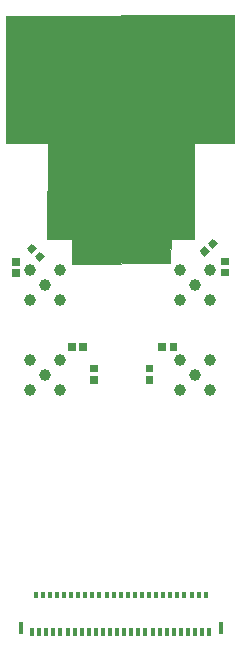
<source format=gbr>
%TF.GenerationSoftware,KiCad,Pcbnew,8.0.3*%
%TF.CreationDate,2024-07-19T06:24:09-07:00*%
%TF.ProjectId,wide_v1_4_layer,77696465-5f76-4315-9f34-5f6c61796572,V1*%
%TF.SameCoordinates,Original*%
%TF.FileFunction,Soldermask,Top*%
%TF.FilePolarity,Negative*%
%FSLAX46Y46*%
G04 Gerber Fmt 4.6, Leading zero omitted, Abs format (unit mm)*
G04 Created by KiCad (PCBNEW 8.0.3) date 2024-07-19 06:24:09*
%MOMM*%
%LPD*%
G01*
G04 APERTURE LIST*
%ADD10C,0.100000*%
%ADD11C,0.010000*%
%ADD12C,0.990600*%
%ADD13R,0.300000X0.670000*%
%ADD14R,0.300000X0.500000*%
%ADD15R,0.350000X1.000000*%
G04 APERTURE END LIST*
D10*
X83010000Y-100000000D02*
X82970000Y-102260000D01*
X74670000Y-102320000D01*
X74660000Y-99990000D01*
X83010000Y-100000000D01*
G36*
X83010000Y-100000000D02*
G01*
X82970000Y-102260000D01*
X74670000Y-102320000D01*
X74660000Y-99990000D01*
X83010000Y-100000000D01*
G37*
X84970000Y-100200000D02*
X72550000Y-100220000D01*
X72650000Y-92130000D01*
X85000000Y-92130000D01*
X84970000Y-100200000D01*
G36*
X84970000Y-100200000D02*
G01*
X72550000Y-100220000D01*
X72650000Y-92130000D01*
X85000000Y-92130000D01*
X84970000Y-100200000D01*
G37*
X88420000Y-92090000D02*
X69110000Y-92080000D01*
X69110000Y-81300000D01*
X88425829Y-81289975D01*
X88420000Y-92090000D01*
G36*
X88420000Y-92090000D02*
G01*
X69110000Y-92080000D01*
X69110000Y-81300000D01*
X88425829Y-81289975D01*
X88420000Y-92090000D01*
G37*
%TO.C,*%
D11*
X74750000Y-92450000D02*
X75250000Y-92450000D01*
X75250000Y-92950000D01*
X74750000Y-92950000D01*
X74750000Y-92450000D01*
G36*
X74750000Y-92450000D02*
G01*
X75250000Y-92450000D01*
X75250000Y-92950000D01*
X74750000Y-92950000D01*
X74750000Y-92450000D01*
G37*
X82350000Y-92450000D02*
X82850000Y-92450000D01*
X82850000Y-92950000D01*
X82350000Y-92950000D01*
X82350000Y-92450000D01*
G36*
X82350000Y-92450000D02*
G01*
X82850000Y-92450000D01*
X82850000Y-92950000D01*
X82350000Y-92950000D01*
X82350000Y-92450000D01*
G37*
X76646610Y-100180000D02*
X76896610Y-100180000D01*
X76896610Y-100680000D01*
X76646610Y-100680000D01*
X76646610Y-100180000D01*
G36*
X76646610Y-100180000D02*
G01*
X76896610Y-100180000D01*
X76896610Y-100680000D01*
X76646610Y-100680000D01*
X76646610Y-100180000D01*
G37*
X82350000Y-98225000D02*
X82850000Y-98225000D01*
X82850000Y-97975000D01*
X82350000Y-97975000D01*
X82350000Y-98225000D01*
G36*
X82350000Y-98225000D02*
G01*
X82850000Y-98225000D01*
X82850000Y-97975000D01*
X82350000Y-97975000D01*
X82350000Y-98225000D01*
G37*
X75239100Y-95575000D02*
X74739100Y-95575000D01*
X74739100Y-95825000D01*
X75239100Y-95825000D01*
X75239100Y-95575000D01*
G36*
X75239100Y-95575000D02*
G01*
X74739100Y-95575000D01*
X74739100Y-95825000D01*
X75239100Y-95825000D01*
X75239100Y-95575000D01*
G37*
%TO.C,R6*%
X69605000Y-101835000D02*
X70155000Y-101835000D01*
X70155000Y-102385000D01*
X69605000Y-102385000D01*
X69605000Y-101835000D01*
G36*
X69605000Y-101835000D02*
G01*
X70155000Y-101835000D01*
X70155000Y-102385000D01*
X69605000Y-102385000D01*
X69605000Y-101835000D01*
G37*
X69605000Y-102785000D02*
X70155000Y-102785000D01*
X70155000Y-103335000D01*
X69605000Y-103335000D01*
X69605000Y-102785000D01*
G36*
X69605000Y-102785000D02*
G01*
X70155000Y-102785000D01*
X70155000Y-103335000D01*
X69605000Y-103335000D01*
X69605000Y-102785000D01*
G37*
%TO.C,*%
X81103000Y-101500000D02*
X81353000Y-101500000D01*
X81353000Y-102000000D01*
X81103000Y-102000000D01*
X81103000Y-101500000D01*
G36*
X81103000Y-101500000D02*
G01*
X81353000Y-101500000D01*
X81353000Y-102000000D01*
X81103000Y-102000000D01*
X81103000Y-101500000D01*
G37*
X73843700Y-97675010D02*
X73343700Y-97675010D01*
X73343700Y-97925010D01*
X73843700Y-97925010D01*
X73843700Y-97675010D01*
G36*
X73843700Y-97675010D02*
G01*
X73343700Y-97675010D01*
X73343700Y-97925010D01*
X73843700Y-97925010D01*
X73843700Y-97675010D01*
G37*
X73839100Y-98575000D02*
X73339100Y-98575000D01*
X73339100Y-98825000D01*
X73839100Y-98825000D01*
X73839100Y-98575000D01*
G36*
X73839100Y-98575000D02*
G01*
X73339100Y-98575000D01*
X73339100Y-98825000D01*
X73839100Y-98825000D01*
X73839100Y-98575000D01*
G37*
X80540200Y-102000000D02*
X80290200Y-102000000D01*
X80290200Y-101500000D01*
X80540200Y-101500000D01*
X80540200Y-102000000D01*
G36*
X80540200Y-102000000D02*
G01*
X80290200Y-102000000D01*
X80290200Y-101500000D01*
X80540200Y-101500000D01*
X80540200Y-102000000D01*
G37*
X83783835Y-96225000D02*
X84283835Y-96225000D01*
X84283835Y-95975000D01*
X83783835Y-95975000D01*
X83783835Y-96225000D01*
G36*
X83783835Y-96225000D02*
G01*
X84283835Y-96225000D01*
X84283835Y-95975000D01*
X83783835Y-95975000D01*
X83783835Y-96225000D01*
G37*
X75046630Y-100180000D02*
X75296630Y-100180000D01*
X75296630Y-100680000D01*
X75046630Y-100680000D01*
X75046630Y-100180000D01*
G36*
X75046630Y-100180000D02*
G01*
X75296630Y-100180000D01*
X75296630Y-100680000D01*
X75046630Y-100680000D01*
X75046630Y-100180000D01*
G37*
X78613800Y-101500000D02*
X78863800Y-101500000D01*
X78863800Y-102000000D01*
X78613800Y-102000000D01*
X78613800Y-101500000D01*
G36*
X78613800Y-101500000D02*
G01*
X78863800Y-101500000D01*
X78863800Y-102000000D01*
X78613800Y-102000000D01*
X78613800Y-101500000D01*
G37*
X78221640Y-100180000D02*
X78471640Y-100180000D01*
X78471640Y-100680000D01*
X78221640Y-100680000D01*
X78221640Y-100180000D01*
G36*
X78221640Y-100180000D02*
G01*
X78471640Y-100180000D01*
X78471640Y-100680000D01*
X78221640Y-100680000D01*
X78221640Y-100180000D01*
G37*
X81476902Y-112370433D02*
X80926903Y-112370433D01*
X80926903Y-111820433D01*
X81476904Y-111820433D01*
X81476902Y-112370433D01*
G36*
X81476902Y-112370433D02*
G01*
X80926903Y-112370433D01*
X80926903Y-111820433D01*
X81476904Y-111820433D01*
X81476902Y-112370433D01*
G37*
X81476903Y-111420433D02*
X80926903Y-111420433D01*
X80926904Y-110870433D01*
X81476903Y-110870433D01*
X81476903Y-111420433D01*
G36*
X81476903Y-111420433D02*
G01*
X80926903Y-111420433D01*
X80926904Y-110870433D01*
X81476903Y-110870433D01*
X81476903Y-111420433D01*
G37*
X84283835Y-99474320D02*
X83783835Y-99474320D01*
X83783835Y-99724320D01*
X84283835Y-99724320D01*
X84283835Y-99474320D01*
G36*
X84283835Y-99474320D02*
G01*
X83783835Y-99474320D01*
X83783835Y-99724320D01*
X84283835Y-99724320D01*
X84283835Y-99474320D01*
G37*
X86277159Y-101241754D02*
X85888250Y-101630662D01*
X85499341Y-101241755D01*
X85888250Y-100852845D01*
X86277159Y-101241754D01*
G36*
X86277159Y-101241754D02*
G01*
X85888250Y-101630662D01*
X85499341Y-101241755D01*
X85888250Y-100852845D01*
X86277159Y-101241754D01*
G37*
X86948910Y-100570001D02*
X86560001Y-100958911D01*
X86171091Y-100570002D01*
X86560001Y-100181093D01*
X86948910Y-100570001D01*
G36*
X86948910Y-100570001D02*
G01*
X86560001Y-100958911D01*
X86171091Y-100570002D01*
X86560001Y-100181093D01*
X86948910Y-100570001D01*
G37*
X75242200Y-97987800D02*
X74742200Y-97987800D01*
X74742200Y-98237800D01*
X75242200Y-98237800D01*
X75242200Y-97987800D01*
G36*
X75242200Y-97987800D02*
G01*
X74742200Y-97987800D01*
X74742200Y-98237800D01*
X75242200Y-98237800D01*
X75242200Y-97987800D01*
G37*
X73854300Y-99476600D02*
X73354300Y-99476600D01*
X73354300Y-99726600D01*
X73854300Y-99726600D01*
X73854300Y-99476600D01*
G36*
X73854300Y-99476600D02*
G01*
X73354300Y-99476600D01*
X73354300Y-99726600D01*
X73854300Y-99726600D01*
X73854300Y-99476600D01*
G37*
X79046580Y-100180000D02*
X79296580Y-100180000D01*
X79296580Y-100680000D01*
X79046580Y-100680000D01*
X79046580Y-100180000D01*
G36*
X79046580Y-100180000D02*
G01*
X79296580Y-100180000D01*
X79296580Y-100680000D01*
X79046580Y-100680000D01*
X79046580Y-100180000D01*
G37*
X83783835Y-97025000D02*
X84283835Y-97025000D01*
X84283835Y-96775000D01*
X83783835Y-96775000D01*
X83783835Y-97025000D01*
G36*
X83783835Y-97025000D02*
G01*
X84283835Y-97025000D01*
X84283835Y-96775000D01*
X83783835Y-96775000D01*
X83783835Y-97025000D01*
G37*
X87874998Y-103305000D02*
X87324999Y-103305000D01*
X87324999Y-102755000D01*
X87875000Y-102755000D01*
X87874998Y-103305000D01*
G36*
X87874998Y-103305000D02*
G01*
X87324999Y-103305000D01*
X87324999Y-102755000D01*
X87875000Y-102755000D01*
X87874998Y-103305000D01*
G37*
X87874999Y-102355000D02*
X87324999Y-102355000D01*
X87325000Y-101805000D01*
X87874999Y-101805000D01*
X87874999Y-102355000D01*
G36*
X87874999Y-102355000D02*
G01*
X87324999Y-102355000D01*
X87325000Y-101805000D01*
X87874999Y-101805000D01*
X87874999Y-102355000D01*
G37*
X82246540Y-100180000D02*
X82496540Y-100180000D01*
X82496540Y-100680000D01*
X82246540Y-100680000D01*
X82246540Y-100180000D01*
G36*
X82246540Y-100180000D02*
G01*
X82496540Y-100180000D01*
X82496540Y-100680000D01*
X82246540Y-100680000D01*
X82246540Y-100180000D01*
G37*
X73839100Y-95175000D02*
X73339100Y-95175000D01*
X73339100Y-95425000D01*
X73839100Y-95425000D01*
X73839100Y-95175000D01*
G36*
X73839100Y-95175000D02*
G01*
X73339100Y-95175000D01*
X73339100Y-95425000D01*
X73839100Y-95425000D01*
X73839100Y-95175000D01*
G37*
X82327700Y-96625000D02*
X82827700Y-96625000D01*
X82827700Y-96375000D01*
X82327700Y-96375000D01*
X82327700Y-96625000D01*
G36*
X82327700Y-96625000D02*
G01*
X82827700Y-96625000D01*
X82827700Y-96375000D01*
X82327700Y-96375000D01*
X82327700Y-96625000D01*
G37*
X76756902Y-112370433D02*
X76206903Y-112370433D01*
X76206903Y-111820433D01*
X76756904Y-111820433D01*
X76756902Y-112370433D01*
G36*
X76756902Y-112370433D02*
G01*
X76206903Y-112370433D01*
X76206903Y-111820433D01*
X76756904Y-111820433D01*
X76756902Y-112370433D01*
G37*
X76756903Y-111420433D02*
X76206903Y-111420433D01*
X76206904Y-110870433D01*
X76756903Y-110870433D01*
X76756903Y-111420433D01*
G36*
X76756903Y-111420433D02*
G01*
X76206903Y-111420433D01*
X76206904Y-110870433D01*
X76756903Y-110870433D01*
X76756903Y-111420433D01*
G37*
%TO.C,9*%
X79846570Y-100180000D02*
X80096570Y-100180000D01*
X80096570Y-100680000D01*
X79846570Y-100680000D01*
X79846570Y-100180000D01*
G36*
X79846570Y-100180000D02*
G01*
X80096570Y-100180000D01*
X80096570Y-100680000D01*
X79846570Y-100680000D01*
X79846570Y-100180000D01*
G37*
%TO.C,*%
X76175400Y-101500000D02*
X76425400Y-101500000D01*
X76425400Y-102000000D01*
X76175400Y-102000000D01*
X76175400Y-101500000D01*
G36*
X76175400Y-101500000D02*
G01*
X76425400Y-101500000D01*
X76425400Y-102000000D01*
X76175400Y-102000000D01*
X76175400Y-101500000D01*
G37*
X74890433Y-109583097D02*
X74340433Y-109583096D01*
X74340433Y-109033097D01*
X74890433Y-109033097D01*
X74890433Y-109583097D01*
G36*
X74890433Y-109583097D02*
G01*
X74340433Y-109583096D01*
X74340433Y-109033097D01*
X74890433Y-109033097D01*
X74890433Y-109583097D01*
G37*
X75840433Y-109033098D02*
X75840433Y-109583097D01*
X75290433Y-109583097D01*
X75290433Y-109033096D01*
X75840433Y-109033098D01*
G36*
X75840433Y-109033098D02*
G01*
X75840433Y-109583097D01*
X75290433Y-109583097D01*
X75290433Y-109033096D01*
X75840433Y-109033098D01*
G37*
X81865000Y-101500000D02*
X82115000Y-101500000D01*
X82115000Y-102000000D01*
X81865000Y-102000000D01*
X81865000Y-101500000D01*
G36*
X81865000Y-101500000D02*
G01*
X82115000Y-101500000D01*
X82115000Y-102000000D01*
X81865000Y-102000000D01*
X81865000Y-101500000D01*
G37*
X82530433Y-109583097D02*
X81980433Y-109583096D01*
X81980433Y-109033097D01*
X82530433Y-109033097D01*
X82530433Y-109583097D01*
G36*
X82530433Y-109583097D02*
G01*
X81980433Y-109583096D01*
X81980433Y-109033097D01*
X82530433Y-109033097D01*
X82530433Y-109583097D01*
G37*
X83480433Y-109033098D02*
X83480433Y-109583097D01*
X82930433Y-109583097D01*
X82930433Y-109033096D01*
X83480433Y-109033098D01*
G36*
X83480433Y-109033098D02*
G01*
X83480433Y-109583097D01*
X82930433Y-109583097D01*
X82930433Y-109033096D01*
X83480433Y-109033098D01*
G37*
X82350000Y-93650000D02*
X82850000Y-93650000D01*
X82850000Y-94150000D01*
X82350000Y-94150000D01*
X82350000Y-93650000D01*
G36*
X82350000Y-93650000D02*
G01*
X82850000Y-93650000D01*
X82850000Y-94150000D01*
X82350000Y-94150000D01*
X82350000Y-93650000D01*
G37*
X75239100Y-97175000D02*
X74739100Y-97175000D01*
X74739100Y-97425000D01*
X75239100Y-97425000D01*
X75239100Y-97175000D01*
G36*
X75239100Y-97175000D02*
G01*
X74739100Y-97175000D01*
X74739100Y-97425000D01*
X75239100Y-97425000D01*
X75239100Y-97175000D01*
G37*
X77801000Y-101500000D02*
X78051000Y-101500000D01*
X78051000Y-102000000D01*
X77801000Y-102000000D01*
X77801000Y-101500000D01*
G36*
X77801000Y-101500000D02*
G01*
X78051000Y-101500000D01*
X78051000Y-102000000D01*
X77801000Y-102000000D01*
X77801000Y-101500000D01*
G37*
X83806955Y-97925000D02*
X84306955Y-97925000D01*
X84306955Y-97675000D01*
X83806955Y-97675000D01*
X83806955Y-97925000D01*
G36*
X83806955Y-97925000D02*
G01*
X84306955Y-97925000D01*
X84306955Y-97675000D01*
X83806955Y-97675000D01*
X83806955Y-97925000D01*
G37*
X77446600Y-100180000D02*
X77696600Y-100180000D01*
X77696600Y-100680000D01*
X77446600Y-100680000D01*
X77446600Y-100180000D01*
G36*
X77446600Y-100180000D02*
G01*
X77696600Y-100180000D01*
X77696600Y-100680000D01*
X77446600Y-100680000D01*
X77446600Y-100180000D01*
G37*
X73839100Y-95975000D02*
X73339100Y-95975000D01*
X73339100Y-96225000D01*
X73839100Y-96225000D01*
X73839100Y-95975000D01*
G36*
X73839100Y-95975000D02*
G01*
X73339100Y-95975000D01*
X73339100Y-96225000D01*
X73839100Y-96225000D01*
X73839100Y-95975000D01*
G37*
X81446550Y-100180000D02*
X81696550Y-100180000D01*
X81696550Y-100680000D01*
X81446550Y-100680000D01*
X81446550Y-100180000D01*
G36*
X81446550Y-100180000D02*
G01*
X81696550Y-100180000D01*
X81696550Y-100680000D01*
X81446550Y-100680000D01*
X81446550Y-100180000D01*
G37*
X75663400Y-102000000D02*
X75413400Y-102000000D01*
X75413400Y-101500000D01*
X75663400Y-101500000D01*
X75663400Y-102000000D01*
G36*
X75663400Y-102000000D02*
G01*
X75413400Y-102000000D01*
X75413400Y-101500000D01*
X75663400Y-101500000D01*
X75663400Y-102000000D01*
G37*
X74750000Y-93650000D02*
X75250000Y-93650000D01*
X75250000Y-94150000D01*
X74750000Y-94150000D01*
X74750000Y-93650000D01*
G36*
X74750000Y-93650000D02*
G01*
X75250000Y-93650000D01*
X75250000Y-94150000D01*
X74750000Y-94150000D01*
X74750000Y-93650000D01*
G37*
X76988200Y-101500000D02*
X77238200Y-101500000D01*
X77238200Y-102000000D01*
X76988200Y-102000000D01*
X76988200Y-101500000D01*
G36*
X76988200Y-101500000D02*
G01*
X77238200Y-101500000D01*
X77238200Y-102000000D01*
X76988200Y-102000000D01*
X76988200Y-101500000D01*
G37*
X74729100Y-99255800D02*
X75229100Y-99255800D01*
X75229100Y-99005800D01*
X74729100Y-99005800D01*
X74729100Y-99255800D01*
G36*
X74729100Y-99255800D02*
G01*
X75229100Y-99255800D01*
X75229100Y-99005800D01*
X74729100Y-99005800D01*
X74729100Y-99255800D01*
G37*
X80646560Y-100180000D02*
X80896560Y-100180000D01*
X80896560Y-100680000D01*
X80646560Y-100680000D01*
X80646560Y-100180000D01*
G36*
X80646560Y-100180000D02*
G01*
X80896560Y-100180000D01*
X80896560Y-100680000D01*
X80646560Y-100680000D01*
X80646560Y-100180000D01*
G37*
X73839100Y-96797000D02*
X73339100Y-96797000D01*
X73339100Y-97047000D01*
X73839100Y-97047000D01*
X73839100Y-96797000D01*
G36*
X73839100Y-96797000D02*
G01*
X73339100Y-96797000D01*
X73339100Y-97047000D01*
X73839100Y-97047000D01*
X73839100Y-96797000D01*
G37*
X71617157Y-100998249D02*
X71228248Y-101387158D01*
X70839341Y-100998248D01*
X71228248Y-100609339D01*
X71617157Y-100998249D01*
G36*
X71617157Y-100998249D02*
G01*
X71228248Y-101387158D01*
X70839341Y-100998248D01*
X71228248Y-100609339D01*
X71617157Y-100998249D01*
G37*
X72288908Y-101670001D02*
X71900000Y-102058909D01*
X71511091Y-101670000D01*
X71900000Y-101281092D01*
X72288908Y-101670001D01*
G36*
X72288908Y-101670001D02*
G01*
X71900000Y-102058909D01*
X71511091Y-101670000D01*
X71900000Y-101281092D01*
X72288908Y-101670001D01*
G37*
X82850000Y-98965000D02*
X82350000Y-98965000D01*
X82350000Y-99215000D01*
X82850000Y-99215000D01*
X82850000Y-98965000D01*
G36*
X82850000Y-98965000D02*
G01*
X82350000Y-98965000D01*
X82350000Y-99215000D01*
X82850000Y-99215000D01*
X82850000Y-98965000D01*
G37*
X79477400Y-101500000D02*
X79727400Y-101500000D01*
X79727400Y-102000000D01*
X79477400Y-102000000D01*
X79477400Y-101500000D01*
G36*
X79477400Y-101500000D02*
G01*
X79727400Y-101500000D01*
X79727400Y-102000000D01*
X79477400Y-102000000D01*
X79477400Y-101500000D01*
G37*
X75250300Y-94775000D02*
X74750300Y-94775000D01*
X74750300Y-95025000D01*
X75250300Y-95025000D01*
X75250300Y-94775000D01*
G36*
X75250300Y-94775000D02*
G01*
X74750300Y-94775000D01*
X74750300Y-95025000D01*
X75250300Y-95025000D01*
X75250300Y-94775000D01*
G37*
X75239100Y-96387790D02*
X74739100Y-96387790D01*
X74739100Y-96637790D01*
X75239100Y-96637790D01*
X75239100Y-96387790D01*
G36*
X75239100Y-96387790D02*
G01*
X74739100Y-96387790D01*
X74739100Y-96637790D01*
X75239100Y-96637790D01*
X75239100Y-96387790D01*
G37*
X82327700Y-97425000D02*
X82827700Y-97425000D01*
X82827700Y-97175000D01*
X82327700Y-97175000D01*
X82327700Y-97425000D01*
G36*
X82327700Y-97425000D02*
G01*
X82827700Y-97425000D01*
X82827700Y-97175000D01*
X82327700Y-97175000D01*
X82327700Y-97425000D01*
G37*
X83806955Y-98824320D02*
X84306955Y-98824320D01*
X84306955Y-98574320D01*
X83806955Y-98574320D01*
X83806955Y-98824320D01*
G36*
X83806955Y-98824320D02*
G01*
X84306955Y-98824320D01*
X84306955Y-98574320D01*
X83806955Y-98574320D01*
X83806955Y-98824320D01*
G37*
X75846620Y-100180000D02*
X76096620Y-100180000D01*
X76096620Y-100680000D01*
X75846620Y-100680000D01*
X75846620Y-100180000D01*
G36*
X75846620Y-100180000D02*
G01*
X76096620Y-100180000D01*
X76096620Y-100680000D01*
X75846620Y-100680000D01*
X75846620Y-100180000D01*
G37*
%TD*%
D12*
%TO.C,SMP2*%
X72390000Y-104140000D03*
X71120000Y-105410000D03*
X73660000Y-105410000D03*
X73660000Y-102870000D03*
X71120000Y-102870000D03*
%TD*%
%TO.C,SMP3*%
X85090000Y-104140000D03*
X83820000Y-105410000D03*
X86360000Y-105410000D03*
X86360000Y-102870000D03*
X83820000Y-102870000D03*
%TD*%
%TO.C,SMP1*%
X72390000Y-111760000D03*
X71120000Y-113030000D03*
X73660000Y-113030000D03*
X73660000Y-110490000D03*
X71120000Y-110490000D03*
%TD*%
D13*
%TO.C,ZIF1*%
X71291600Y-133451600D03*
D14*
X71591600Y-130386600D03*
D13*
X71891600Y-133451600D03*
D14*
X72191600Y-130386600D03*
D13*
X72491600Y-133451600D03*
D14*
X72791600Y-130386600D03*
D13*
X73091600Y-133451600D03*
D14*
X73391600Y-130386600D03*
D13*
X73691600Y-133451600D03*
D14*
X73991600Y-130386600D03*
D13*
X74291600Y-133451600D03*
D14*
X74591600Y-130386600D03*
D13*
X74891600Y-133451600D03*
D14*
X75191600Y-130386600D03*
D13*
X75491600Y-133451600D03*
D14*
X75791600Y-130386600D03*
D13*
X76091600Y-133451600D03*
D14*
X76391600Y-130386600D03*
D13*
X76691600Y-133451600D03*
D14*
X76991600Y-130386600D03*
D13*
X77291600Y-133451600D03*
D14*
X77591600Y-130386600D03*
D13*
X77891600Y-133451600D03*
D14*
X78191600Y-130386600D03*
D13*
X78491600Y-133451600D03*
D14*
X78791600Y-130386600D03*
D13*
X79091600Y-133451600D03*
D14*
X79391600Y-130386600D03*
D13*
X79691600Y-133451600D03*
D14*
X79991600Y-130386600D03*
D13*
X80291600Y-133451600D03*
D14*
X80591600Y-130386600D03*
D13*
X80891600Y-133451600D03*
D14*
X81191600Y-130386600D03*
D13*
X81491600Y-133451600D03*
D14*
X81791600Y-130386600D03*
D13*
X82091600Y-133451600D03*
D14*
X82391600Y-130386600D03*
D13*
X82691600Y-133451600D03*
D14*
X82991600Y-130386600D03*
D13*
X83291600Y-133451600D03*
D14*
X83591600Y-130386600D03*
D13*
X83891600Y-133451600D03*
D14*
X84191600Y-130386600D03*
D13*
X84491600Y-133451600D03*
D14*
X84791600Y-130386600D03*
D13*
X85091600Y-133451600D03*
D14*
X85391600Y-130386600D03*
D13*
X85691600Y-133451600D03*
D14*
X85991600Y-130386600D03*
D13*
X86291600Y-133451600D03*
D15*
X70316600Y-133186600D03*
X87266600Y-133186600D03*
%TD*%
D12*
%TO.C,SMP4*%
X85090000Y-111760000D03*
X83820000Y-113030000D03*
X86360000Y-113030000D03*
X86360000Y-110490000D03*
X83820000Y-110490000D03*
%TD*%
M02*

</source>
